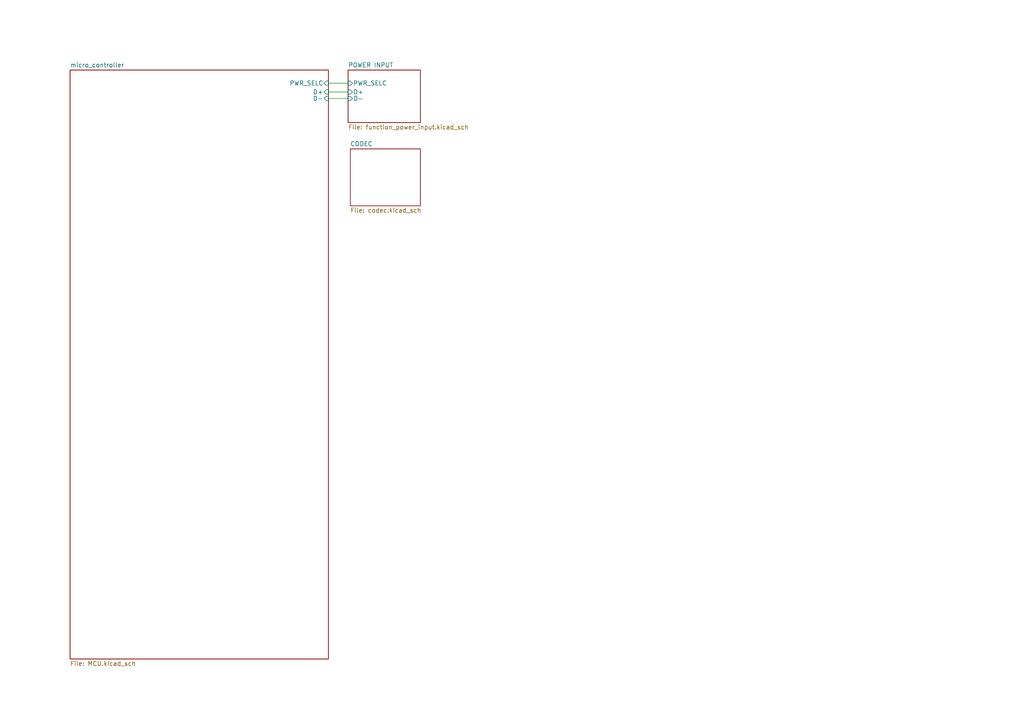
<source format=kicad_sch>
(kicad_sch
	(version 20231120)
	(generator "eeschema")
	(generator_version "8.0")
	(uuid "12d3b0ce-758b-4939-919d-4f42b7bd226b")
	(paper "A4")
	(lib_symbols)
	(wire
		(pts
			(xy 95.25 28.575) (xy 100.965 28.575)
		)
		(stroke
			(width 0)
			(type default)
		)
		(uuid "259a0115-1591-42c2-9663-8e405ac4ffb9")
	)
	(wire
		(pts
			(xy 95.25 26.67) (xy 100.965 26.67)
		)
		(stroke
			(width 0)
			(type default)
		)
		(uuid "4d5836e1-37b9-4fb2-bfc4-d852de672e4e")
	)
	(wire
		(pts
			(xy 95.25 24.13) (xy 100.965 24.13)
		)
		(stroke
			(width 0)
			(type default)
		)
		(uuid "f152d034-fbaf-46a9-a319-b7e915c8ce01")
	)
	(sheet
		(at 20.32 20.32)
		(size 74.93 170.815)
		(fields_autoplaced yes)
		(stroke
			(width 0.1524)
			(type solid)
		)
		(fill
			(color 0 0 0 0.0000)
		)
		(uuid "03d07928-2762-431b-8274-8fa362f6f960")
		(property "Sheetname" "micro_controller"
			(at 20.32 19.6084 0)
			(effects
				(font
					(size 1.27 1.27)
				)
				(justify left bottom)
			)
		)
		(property "Sheetfile" "MCU.kicad_sch"
			(at 20.32 191.7196 0)
			(effects
				(font
					(size 1.27 1.27)
				)
				(justify left top)
			)
		)
		(pin "D-" input
			(at 95.25 28.575 0)
			(effects
				(font
					(size 1.27 1.27)
				)
				(justify right)
			)
			(uuid "98739520-ff51-4b98-bf45-8e9c48f88335")
		)
		(pin "PWR_SELC" input
			(at 95.25 24.13 0)
			(effects
				(font
					(size 1.27 1.27)
				)
				(justify right)
			)
			(uuid "acaa480c-e481-4540-bb36-cd296cb902c0")
		)
		(pin "D+" input
			(at 95.25 26.67 0)
			(effects
				(font
					(size 1.27 1.27)
				)
				(justify right)
			)
			(uuid "ec0eb0f2-3e45-47a2-9509-8b75002ac545")
		)
		(instances
			(project "audio_dev_board"
				(path "/12d3b0ce-758b-4939-919d-4f42b7bd226b"
					(page "3")
				)
			)
		)
	)
	(sheet
		(at 101.6 43.18)
		(size 20.32 16.51)
		(fields_autoplaced yes)
		(stroke
			(width 0.1524)
			(type solid)
		)
		(fill
			(color 0 0 0 0.0000)
		)
		(uuid "457fb57b-55c9-4189-b55b-931c00e75ea9")
		(property "Sheetname" "CODEC"
			(at 101.6 42.4684 0)
			(effects
				(font
					(size 1.27 1.27)
				)
				(justify left bottom)
			)
		)
		(property "Sheetfile" "codec.kicad_sch"
			(at 101.6 60.2746 0)
			(effects
				(font
					(size 1.27 1.27)
				)
				(justify left top)
			)
		)
		(instances
			(project "audio_dev_board"
				(path "/12d3b0ce-758b-4939-919d-4f42b7bd226b"
					(page "4")
				)
			)
		)
	)
	(sheet
		(at 100.965 20.32)
		(size 20.955 15.24)
		(fields_autoplaced yes)
		(stroke
			(width 0.1524)
			(type solid)
		)
		(fill
			(color 0 0 0 0.0000)
		)
		(uuid "45fff6f3-0996-49ae-9f70-76e3393e65b8")
		(property "Sheetname" "POWER INPUT"
			(at 100.965 19.6084 0)
			(effects
				(font
					(size 1.27 1.27)
				)
				(justify left bottom)
			)
		)
		(property "Sheetfile" "function_power_input.kicad_sch"
			(at 100.965 36.1446 0)
			(effects
				(font
					(size 1.27 1.27)
				)
				(justify left top)
			)
		)
		(pin "PWR_SELC" input
			(at 100.965 24.13 180)
			(effects
				(font
					(size 1.27 1.27)
				)
				(justify left)
			)
			(uuid "03f034e6-e4f4-47ad-af9e-731b72a63513")
		)
		(pin "D+" input
			(at 100.965 26.67 180)
			(effects
				(font
					(size 1.27 1.27)
				)
				(justify left)
			)
			(uuid "a4b381a5-faa3-4f96-aeae-df1d390b974e")
		)
		(pin "D-" input
			(at 100.965 28.575 180)
			(effects
				(font
					(size 1.27 1.27)
				)
				(justify left)
			)
			(uuid "2cb5feb9-4839-45d4-9e0f-521dd9c77de2")
		)
		(instances
			(project "audio_dev_board"
				(path "/12d3b0ce-758b-4939-919d-4f42b7bd226b"
					(page "4")
				)
			)
		)
	)
	(sheet_instances
		(path "/"
			(page "1")
		)
	)
)

</source>
